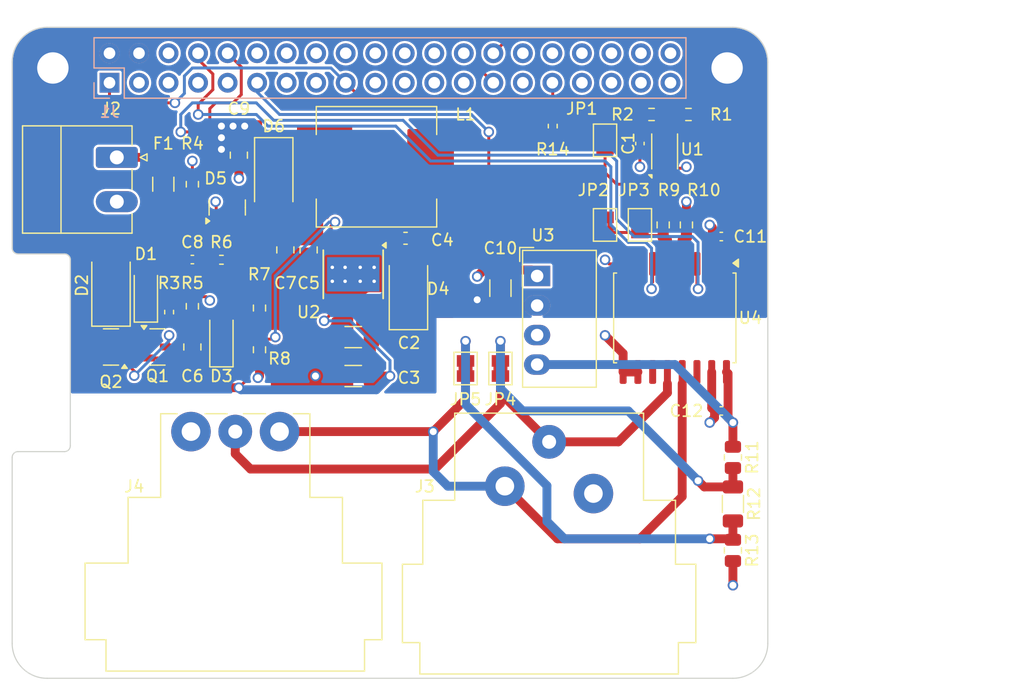
<source format=kicad_pcb>
(kicad_pcb (version 20240108) (generator "pcbnew") (generator_version "8.0")
  (title_block (date "15 nov 2012"))
  (layers (0 "F.Cu" signal) (1 "In1.Cu" signal) (2 "In2.Cu" signal) (31 "B.Cu" signal) (34 "B.Paste" user) (35 "F.Paste" user) (36 "B.SilkS" user "B.Silkscreen") (37 "F.SilkS" user "F.Silkscreen") (38 "B.Mask" user) (39 "F.Mask" user) (44 "Edge.Cuts" user))
  (net 0 "")
  (net 1 "GND")
  (net 2 "/GPIO2{slash}SDA1")
  (net 3 "/GPIO3{slash}SCL1")
  (net 4 "/GPIO4{slash}GPCLK0")
  (net 5 "/GPIO14{slash}TXD0")
  (net 6 "/GPIO15{slash}RXD0")
  (net 7 "/GPIO17")
  (net 8 "/GPIO18{slash}PCM.CLK")
  (net 9 "/GPIO27")
  (net 10 "/GPIO22")
  (net 11 "/GPIO23")
  (net 12 "/GPIO24")
  (net 13 "/GPIO10{slash}SPI0.MOSI")
  (net 14 "/GPIO9{slash}SPI0.MISO")
  (net 15 "/GPIO25")
  (net 16 "/GPIO11{slash}SPI0.SCLK")
  (net 17 "/GPIO8{slash}SPI0.CE0")
  (net 18 "/GPIO7{slash}SPI0.CE1")
  (net 19 "/ID_SDA")
  (net 20 "/ID_SCL")
  (net 21 "/GPIO5")
  (net 22 "/GPIO6")
  (net 23 "/GPIO12{slash}PWM0")
  (net 24 "/GPIO13{slash}PWM1")
  (net 25 "/GPIO19{slash}PCM.FS")
  (net 26 "/GPIO16")
  (net 27 "/GPIO26")
  (net 28 "/GPIO20{slash}PCM.DIN")
  (net 29 "/GPIO21{slash}PCM.DOUT")
  (net 30 "+5V")
  (net 31 "+3V3")
  (net 32 "/Power/PH")
  (net 33 "/Power/BOOT")
  (net 34 "/Power/VSENSE")
  (net 37 "Net-(JP1-A)")
  (net 39 "/Power/VIN")
  (net 40 "/Power/5vDCDC")
  (net 41 "ISOVCC")
  (net 42 "ISOGND")
  (net 43 "/DMX/XLR_B")
  (net 44 "/DMX/XLR_A")
  (net 45 "/DMX/DE")
  (net 46 "/DMX/~{RE}")
  (net 47 "/Power/VIN_FUSED")
  (net 48 "/Power/VIN_RECT")
  (net 49 "/Power/VIN_PROT")
  (net 50 "Net-(D3-A)")
  (net 51 "Net-(D5-A)")
  (net 52 "Net-(D1-A)")
  (net 53 "Net-(D1-K)")
  (net 54 "Net-(JP4-A)")
  (net 55 "Net-(JP5-A)")
  (footprint "MountingHole:MountingHole_2.7mm_M2.5" (layer "F.Cu") (at 161.5 47.5)
    (property "Reference" "MH2" (hide yes))
    (property "Value" "MountingHole_2.7mm_M2.5" (hide yes))
  )
  (footprint "Resistor_SMD:R_0402_1005Metric" (layer "F.Cu") (at 118 64)
    (property "Reference" "R6")
    (property "Value" "10k")
  )
  (footprint "Jumper:SolderJumper-2_P1.3mm_Open_TrianglePad1.0x1.5mm" (layer "F.Cu") (at 151 53.725 -90)
    (property "Reference" "JP1")
    (property "Value" "ID_WP")
  )
  (footprint "Resistor_SMD:R_0805_2012Metric" (layer "F.Cu") (at 162 81 -90)
    (property "Reference" "R11")
    (property "Value" "680R")
  )
  (footprint "Resistor_SMD:R_0603_1608Metric_Pad0.98x0.95mm_HandSolder" (layer "F.Cu") (at 121.275 68.15 -90)
    (property "Reference" "R7")
    (property "Value" "20k")
  )
  (footprint "Jumper:SolderJumper-2_P1.3mm_Bridged2Bar_Pad1.0x1.5mm" (layer "F.Cu") (at 154 61 90)
    (property "Reference" "JP3")
    (property "Value" "Jumper_2_Bridged")
  )
  (footprint "Capacitor_SMD:C_0402_1005Metric" (layer "F.Cu") (at 161 62 180)
    (property "Reference" "C11")
    (property "Value" "470n")
  )
  (footprint "Capacitor_SMD:C_1206_3216Metric_Pad1.33x1.80mm_HandSolder" (layer "F.Cu") (at 129.3375 70.65)
    (property "Reference" "C2")
    (property "Value" "10u/50V")
  )
  (footprint "Resistor_SMD:R_0402_1005Metric" (layer "F.Cu") (at 146.5 52.5 -90)
    (property "Reference" "R14")
    (property "Value" "10k")
  )
  (footprint "Resistor_SMD:R_0603_1608Metric" (layer "F.Cu") (at 115.5 57.5 90)
    (property "Reference" "R4")
    (property "Value" "27k")
  )
  (footprint "Resistor_SMD:R_0603_1608Metric" (layer "F.Cu") (at 155 51.5)
    (property "Reference" "R2")
    (property "Value" "3.9k")
  )
  (footprint "Capacitor_SMD:C_0402_1005Metric" (layer "F.Cu") (at 115.5 63.98)
    (property "Reference" "C8")
    (property "Value" "100n")
  )
  (footprint "Package_SO:SOIC-16W_7.5x10.3mm_P1.27mm" (layer "F.Cu") (at 157 69 -90)
    (property "Reference" "U4")
    (property "Value" "ISO3088DW")
  )
  (footprint "Converter_DCDC:Converter_DCDC_Murata_MEE1SxxxxSC_THT" (layer "F.Cu") (at 145.1575 65.3925)
    (property "Reference" "U3")
    (property "Value" "TMA-0505S")
  )
  (footprint "Jumper:SolderJumper-2_P1.3mm_Bridged2Bar_Pad1.0x1.5mm" (layer "F.Cu") (at 151 61 90)
    (property "Reference" "JP2")
    (property "Value" "Jumper_2_Bridged")
  )
  (footprint "Jumper:SolderJumper-2_P1.3mm_Bridged2Bar_Pad1.0x1.5mm" (layer "F.Cu") (at 139 73.35 -90)
    (property "Reference" "JP5")
    (property "Value" "Jumper_2_Bridged")
  )
  (footprint "Package_TO_SOT_SMD:SOT-23" (layer "F.Cu") (at 108.5 71.5 180)
    (property "Reference" "Q2")
    (property "Value" "AO3401A")
  )
  (footprint "Diode_SMD:D_SOD-123" (layer "F.Cu") (at 111.5 67 90)
    (property "Reference" "D1")
    (property "Value" "D_Zener")
  )
  (footprint "Package_TO_SOT_SMD:SOT-23" (layer "F.Cu") (at 112.5 71.5)
    (property "Reference" "Q1")
    (property "Value" "MMBT5401")
  )
  (footprint "Diode_SMD:D_SMA" (layer "F.Cu") (at 122.5 57 -90)
    (property "Reference" "D6")
    (property "Value" "SS54")
  )
  (footprint "Package_TO_SOT_SMD:SOT-23" (layer "F.Cu") (at 118.5 59.5 90)
    (property "Reference" "D5")
    (property "Value" "BAV99")
  )
  (footprint "Package_SO:TI_SO-PowerPAD-8_ThermalVias" (layer "F.Cu") (at 129.3375 65.25 -90)
    (property "Reference" "U2")
    (property "Value" "TPS5430DDA")
  )
  (footprint "Capacitor_SMD:C_0402_1005Metric" (layer "F.Cu") (at 154 54 -90)
    (property "Reference" "C1")
    (property "Value" "470n")
  )
  (footprint "Connector_Audio:Jack_XLR_Neutrik_NC3MAAH-1_Horizontal" (layer "F.Cu") (at 115.38 78.78)
    (property "Reference" "J4")
    (property "Value" "NC3MAAH")
  )
  (footprint "MountingHole:MountingHole_2.7mm_M2.5" (layer "F.Cu") (at 103.5 96.5)
    (property "Reference" "MH3" (hide yes))
    (property "Value" "MountingHole_2.7mm_M2.5" (hide yes))
  )
  (footprint "Capacitor_SMD:C_0402_1005Metric" (layer "F.Cu") (at 161 77 180)
    (property "Reference" "C12")
    (property "Value" "470n")
  )
  (footprint "Resistor_SMD:R_0603_1608Metric" (layer "F.Cu") (at 158.175 51.5 180)
    (property "Reference" "R1")
    (property "Value" "3.9k")
  )
  (footprint "Capacitor_SMD:C_0805_2012Metric" (layer "F.Cu") (at 123.5 63.15 -90)
    (property "Reference" "C7")
    (property "Value" "47u")
  )
  (footprint "MountingHole:MountingHole_2.7mm_M2.5" (layer "F.Cu") (at 103.5 47.5)
    (property "Reference" "MH1" (hide yes))
    (property "Value" "MountingHole_2.7mm_M2.5" (hide yes))
  )
  (footprint "Diode_SMD:D_SMA" (layer "F.Cu") (at 134.0875 66.5 90)
    (property "Reference" "D4")
    (property "Value" "SS54")
  )
  (footprint "Capacitor_SMD:C_0805_2012Metric" (layer "F.Cu") (at 119.5 55 -90)
    (property "Reference" "C9")
    (property "Value" "47u")
  )
  (footprint "Capacitor_SMD:C_1206_3216Metric_Pad1.33x1.80mm_HandSolder" (layer "F.Cu") (at 142 66.4375 -90)
    (property "Reference" "C10")
    (property "Value" "10u/50V")
  )
  (footprint "Resistor_SMD:R_0402_1005Metric" (layer "F.Cu") (at 113.5 68.5 -90)
    (property "Reference" "R3")
    (property "Value" "100k")
  )
  (footprint "Resistor_SMD:R_0805_2012Metric" (layer "F.Cu") (at 162 89 -90)
    (property "Reference" "R13")
    (property "Value" "680R")
  )
  (footprint "Resistor_SMD:R_0603_1608Metric_Pad0.98x0.95mm_HandSolder" (layer "F.Cu") (at 156 61 -90)
    (property "Reference" "R9")
    (property "Value" "20k")
  )
  (footprint "Jumper:SolderJumper-2_P1.3mm_Bridged2Bar_Pad1.0x1.5mm" (layer "F.Cu") (at 142 73.35 -90)
    (property "Reference" "JP4")
    (property "Value" "Jumper_2_Bridged")
  )
  (footprint "Resistor_SMD:R_0603_1608Metric_Pad0.98x0.95mm_HandSolder" (layer "F.Cu") (at 158 61 90)
    (property "Reference" "R10")
    (property "Value" "20k")
  )
  (footprint "Capacitor_SMD:C_1206_3216Metric_Pad1.33x1.80mm_HandSolder" (layer "F.Cu") (at 129.3375 74)
    (property "Reference" "C3")
    (property "Value" "10u/50V")
  )
  (footprint "MountingHole:MountingHole_2.7mm_M2.5" (layer "F.Cu") (at 161.5 96.5)
    (property "Reference" "MH4" (hide yes))
    (property "Value" "MountingHole_2.7mm_M2.5" (hide yes))
  )
  (footprint "Diode_SMD:D_SOD-123" (layer "F.Cu") (at 118 70.85 90)
    (property "Reference" "D3")
    (property "Value" "D_Zener")
  )
  (footprint "Fuse:Fuse_1206_3216Metric" (layer "F.Cu") (at 113 57.5 -90)
    (property "Reference" "F1")
    (property "Value" "SMD1206P200TF")
  )
  (footprint "Package_DFN_QFN:DFN-8-1EP_3x2mm_P0.5mm_EP1.3x1.5mm" (layer "F.Cu") (at 156.125 54.675 90)
    (property "Reference" "U1")
    (property "Value" "CAT24C256")
  )
  (footprint "Inductor_SMD:L_Vishay_IHLP-4040" (layer "F.Cu") (at 131.3375 56 180)
    (property "Reference" "L1")
    (property "Value" "22uH")
  )
  (footprint "Capacitor_SMD:C_0603_1608Metric_Pad1.08x0.95mm_HandSolder" (layer "F.Cu") (at 133.8375 62.15 180)
    (property "Reference" "C4")
    (property "Value" "10n")
  )
  (footprint "Connector_Phoenix_MC:PhoenixContact_MC_1,5_2-G-3.81_1x02_P3.81mm_Horizontal" (layer "F.Cu") (at 109 55.19 -90)
    (property "Reference" "J2")
    (property "Value" "Conn_01x02")
  )
  (footprint "Resistor_SMD:R_0603_1608Metric_Pad0.98x0.95mm_HandSolder" (layer "F.Cu") (at 121.275 71.7375 -90)
    (property "Reference" "R8")
    (property "Value" "6k8")
  )
  (footprint "Diode_SMD:D_SMA" (layer "F.Cu") (at 108.5 66.2 90)
    (property "Reference" "D2")
    (property "Value" "SS54")
  )
  (footprint "Resistor_SMD:R_1206_3216Metric" (layer "F.Cu") (at 162 85 -90)
    (property "Reference" "R12")
    (property "Value" "120R")
  )
  (footprint "Connector_Audio:Jack_XLR_Neutrik_NC3FAAH1_Horizontal" (layer "F.Cu") (at 150 84.11 -90)
    (property "Reference" "J3")
    (property "Value" "NC3FAAH1")
  )
  (footprint "Capacitor_SMD:C_0805_2012Metric" (layer "F.Cu") (at 125.5 63.15 -90)
    (property "Reference" "C5")
    (property "Value" "47u")
  )
  (footprint "Resistor_SMD:R_0603_1608Metric" (layer "F.Cu") (at 115.5 68 90)
    (property "Reference" "R5")
    (property "Value" "330k")
  )
  (footprint "Capacitor_SMD:C_0805_2012Metric" (layer "F.Cu") (at 115.5 71.5 90)
    (property "Reference" "C6")
    (property "Value" "1u")
  )
  (footprint "Connector_PinSocket_2.54mm:PinSocket_2x20_P2.54mm_Vertical" (layer "B.Cu") (at 108.37 48.77 -90)
    (property "Reference" "J1")
    (property "Value" "GPIO")
  )
  (gr_arc (start 100.5 63.5) (mid 100.146447 63.353553) (end 100 63) (stroke (width 0.1)) (layer "Edge.Cuts"))
  (gr_arc (start 162 44) (mid 164.12132 44.87868) (end 165 47) (stroke (width 0.1)) (layer "Edge.Cuts"))
  (gr_line (start 165 97) (end 165 47) (stroke (width 0.1)) (layer "Edge.Cuts"))
  (gr_line (start 100 47) (end 100 63) (stroke (width 0.1)) (layer "Edge.Cuts"))
  (gr_arc (start 103 100) (mid 100.87868 99.12132) (end 100 97) (stroke (width 0.1)) (layer "Edge.Cuts"))
  (gr_line (start 103 100) (end 162 100) (stroke (width 0.1)) (layer "Edge.Cuts"))
  (gr_line (start 104.5 80.5) (end 100.5 80.5) (stroke (width 0.1)) (layer "Edge.Cuts"))
  (gr_arc (start 100 81) (mid 100.146138 80.646755) (end 100.499127 80.500001) (stroke (width 0.1)) (layer "Edge.Cuts"))
  (gr_arc (start 165 97) (mid 164.12132 99.12132) (end 162 100) (stroke (width 0.1)) (layer "Edge.Cuts"))
  (gr_line (start 105 64) (end 105 80) (stroke (width 0.1)) (layer "Edge.Cuts"))
  (gr_arc (start 100 47) (mid 100.87868 44.87868) (end 103 44) (stroke (width 0.1)) (layer "Edge.Cuts"))
  (gr_line (start 100 81) (end 100 97) (stroke (width 0.1)) (layer "Edge.Cuts"))
  (gr_line (start 100.5 63.5) (end 104.5 63.5) (stroke (width 0.1)) (layer "Edge.Cuts"))
  (gr_arc (start 105 80) (mid 104.853553 80.353553) (end 104.5 80.5) (stroke (width 0.1)) (layer "Edge.Cuts"))
  (gr_arc (start 104.5 63.5) (mid 104.853553 63.646447) (end 105 64) (stroke (width 0.1)) (layer "Edge.Cuts"))
  (gr_line (start 162 44) (end 103 44) (stroke (width 0.1)) (layer "Edge.Cuts"))
  (segment (start 142 64.875) (end 144.64 64.875) (width 0.762) (layer "F.Cu") (net 1))
  (segment (start 115.5 67.175) (end 116.675 67.175) (width 0.254) (layer "F.Cu") (net 1))
  (segment (start 154 54.775) (end 154 56) (width 0.254) (layer "F.Cu") (net 1))
  (segment (start 160.225 62) (end 160.225 61.225) (width 0.762) (layer "F.Cu") (net 1))
  (segment (start 115.5 56.675) (end 115.5 55.5) (width 0.254) (layer "F.Cu") (net 1))
  (segment (start 140.5625 64.875) (end 140 65.4375) (width 0.762) (layer "F.Cu") (net 1))
  (segment (start 117.55 59.05) (end 117.5 59) (width 0.254) (layer "F.Cu") (net 1))
  (segment (start 121.275 72.65) (end 121.275 74.0125) (width 0.762) (layer "F.Cu") (net 1))
  (segment (start 116.675 67.175) (end 117 67.5) (width 0.254) (layer "F.Cu") (net 1))
  (segment (start 119.5 55.95) (end 119.5 57) (width 0.762) (layer "F.Cu") (net 1))
  (segment (start 157.875 56.125) (end 158 56) (width 0.254) (layer "F.Cu") (net 1))
  (segment (start 117.55 60.4375) (end 117.55 59.05) (width 0.254) (layer "F.Cu") (net 1))
  (segment (start 128.7025 69.7225) (end 128.7025 67.95) (width 0.762) (layer "F.Cu") (net 1))
  (segment (start 153.825 64.35) (end 152.555 64.35) (width 0.254) (layer "F.Cu") (net 1))
  (segment (start 160.225 61.225) (end 160 61) (width 0.762) (layer "F.Cu") (net 1))
  (segment (start 121.275 74.0125) (end 121.1375 74.15) (width 0.762) (layer "F.Cu") (net 1))
  (segment (start 127.775 74) (end 127.775 70.65) (width 0.762) (layer "F.Cu") (net 1))
  (segment (start 151.35 64.35) (end 151 64) (width 0.254) (layer "F.Cu") (net 1))
  (segment (start 142 64.875) (end 140.5625 64.875) (width 0.762) (layer "F.Cu") (net 1))
  (segment (start 160.175 64.35) (end 160.175 62.05) (width 0.762) (layer "F.Cu") (net 1))
  (segment (start 160.175 62.05) (end 160.225 62) (width 0.762) (layer "F.Cu") (net 1))
  (segment (start 158 60.0875) (end 158 59) (width 0.762) (layer "F.Cu") (net 1))
  (segment (start 144.64 64.875) (end 145.1575 65.3925) (width 0.762) (layer "F.Cu") (net 1))
  (segment (start 127.775 74) (end 126.0875 74) (width 0.762) (layer "F.Cu") (net 1))
  (segment (start 127.775 70.65) (end 128.7025 69.7225) (width 0.762) (layer "F.Cu") (net 1))
  (segment (start 156.875 56.125) (end 157.875 56.125) (width 0.254) (layer "F.Cu") (net 1))
  (segment (start 152.555 64.35) (end 151.35 64.35) (width 0.254) (layer "F.Cu") (net 1))
  (via (at 117.5 59) (size 0.9) (drill 0.6) (layers "F.Cu" "B.Cu") (net 1))
  (via (at 121.1375 74.15) (size 0.9) (drill 0.6) (layers "F.Cu" "B.Cu") (net 1))
  (via (at 158 56) (size 0.9) (drill 0.6) (layers "F.Cu" "B.Cu") (net 1))
  (via (at 154 56) (size 0.9) (drill 0.6) (layers "F.Cu" "B.Cu") (net 1))
  (via (at 140 65.4375) (size 0.9) (drill 0.6) (layers "F.Cu" "B.Cu") (net 1))
  (via (at 117 67.5) (size 0.9) (drill 0.6) (layers "F.Cu" "B.Cu") (net 1))
  (via (at 119.5 57) (size 0.9) (drill 0.6) (layers "F.Cu" "B.Cu") (net 1))
  (via (at 151 64) (size 0.9) (drill 0.6) (layers "F.Cu" "B.Cu") (net 1))
  (via (at 158 59) (size 0.9) (drill 0.6) (layers "F.Cu" "B.Cu") (net 1))
  (via (at 160 61) (size 0.9) (drill 0.6) (layers "F.Cu" "B.Cu") (net 1))
  (via (at 126.0875 74) (size 0.9) (drill 0.6) (layers "F.Cu" "B.Cu") (net 1))
  (via (at 115.5 55.5) (size 0.9) (drill 0.6) (layers "F.Cu" "B.Cu") (net 1))
  (segment (start 116 51.5) (end 116 50.625844) (width 0.254) (layer "F.Cu") (net 5))
  (segment (start 117.26 49.365844) (end 117.26 48.01626) (width 0.254) (layer "F.Cu") (net 5))
  (segment (start 115.99 46.74626) (end 115.99 46.23) (width 0.254) (layer "F.Cu") (net 5))
  (segment (start 116 50.625844) (end 117.26 49.365844) (width 0.254) (layer "F.Cu") (net 5))
  (segment (start 155.095 65.905) (end 155.095 64.35) (width 0.254) (layer "F.Cu") (net 5))
  (segment (start 117.26 48.01626) (end 115.99 46.74626) (width 0.254) (layer "F.Cu") (net 5))
  (segment (start 155 66) (end 155.095 65.905) (width 0.254) (layer "F.Cu") (net 5))
  (segment (start 155 66.5) (end 155 66) (width 0.254) (layer "F.Cu") (net 5))
  (via (at 155 66.5) (size 0.9) (drill 0.6) (layers "F.Cu" "B.Cu") (net 5))
  (via (at 116 51.5) (size 0.9) (drill 0.6) (layers "F.Cu" "B.Cu") (net 5))
  (segment (start 155 63) (end 155 66.5) (width 0.254) (layer "B.Cu") (net 5))
  (segment (start 121 51.5) (end 122 52.5) (width 0.254) (layer "B.Cu") (net 5))
  (segment (start 136 55.5) (end 151 55.5) (width 0.254) (layer "B.Cu") (net 5))
  (segment (start 151 55.5) (end 151.5 56) (width 0.254) (layer "B.Cu") (net 5))
  (segment (start 154.5 62.5) (end 155 63) (width 0.254) (layer "B.Cu") (net 5))
  (segment (start 133 52.5) (end 136 55.5) (width 0.254) (layer "B.Cu") (net 5))
  (segment (start 151.5 56) (end 151.5 61) (width 0.254) (layer "B.Cu") (net 5))
  (segment (start 122 52.5) (end 133 52.5) (width 0.254) (layer "B.Cu") (net 5))
  (segment (start 151.5 61) (end 153 62.5) (width 0.254) (layer "B.Cu") (net 5))
  (segment (start 116 51.5) (end 121 51.5) (width 0.254) (layer "B.Cu") (net 5))
  (segment (start 153 62.5) (end 154.5 62.5) (width 0.254) (layer "B.Cu") (net 5))
  (segment (start 119.707 49.793) (end 119.707 47.407) (width 0.254) (layer "F.Cu") (net 6))
  (segment (start 119 50.5) (end 119.707 49.793) (width 0.254) (layer "F.Cu") (net 6))
  (segment (start 119.707 47.407) (end 118.53 46.23) (width 0.254) (layer "F.Cu") (net 6))
  (segment (start 117 52.5) (end 117 51) (width 0.254) (layer "F.Cu") (net 6))
  (segment (start 159 66.5) (end 158.905 66.405) (width 0.254) (layer "F.Cu") (net 6))
  (segment (start 117 51) (end 117.5 50.5) (width 0.254) (layer "F.Cu") (net 6))
  (segment (start 114.5 53) (end 116.5 53) (width 0.254) (layer "F.Cu") (net 6))
  (segment (start 117.5 50.5) (end 119 50.5) (width 0.254) (layer "F.Cu") (net 6))
  (segment (start 158.905 66.405) (end 158.905 64.35) (width 0.254) (layer "F.Cu") (net 6))
  (segment (start 116.5 53) (end 117 52.5) (width 0.254) (layer "F.Cu") (net 6))
  (via (at 114.5 53) (size 0.9) (drill 0.6) (layers "F.Cu" "B.Cu") (net 6))
  (via (at 159 66.5) (size 0.9) (drill 0.6) (layers "F.Cu" "B.Cu") (net 6))
  (segment (start 152 60.5) (end 153.5 62) (width 0.254) (layer "B.Cu") (net 6))
  (segment (start 121 50.5) (end 122.5 52) (width 0.254) (layer "B.Cu") (net 6))
  (segment (start 133.625 52) (end 136.625 55) (width 0.254) (layer "B.Cu") (net 6))
  (segment (start 114.5 53) (end 114.5 51.5) (width 0.254) (layer "B.Cu") (net 6))
  (segment (start 136.625 55) (end 151.5 55) (width 0.254) (layer "B.Cu") (net 6))
  (segment (start 159 62.5) (end 159 66.5) (width 0.254) (layer "B.Cu") (net 6))
  (segment (start 122.5 52) (end 133.625 52) (width 0.254) (layer "B.Cu") (net 6))
  (segment (start 158.5 62) (end 159 62.5) (width 0.254) (layer "B.Cu") (net 6))
  (segment (start 152 55.5) (end 152 60.5) (width 0.254) (layer "B.Cu") (net 6))
  (segment (start 151.5 55) (end 152 55.5) (width 0.254) (layer "B.Cu") (net 6))
  (segment (start 115.5 50.5) (end 121 50.5) (width 0.254) (layer "B.Cu") (net 6))
  (segment (start 153.5 62) (end 158.5 62) (width 0.254) (layer "B.Cu") (net 6))
  (segment (start 114.5 51.5) (end 115.5 50.5) (width 0.254) (layer "B.Cu") (net 6))
  (segment (start 141 59.5) (end 141.85 60.35) (width 0.254) (layer "F.Cu") (net 7))
  (segment (start 141.85 60.35) (end 151 60.35) (width 0.254) (layer "F.Cu") (net 7))
  (segment (start 141 53) (end 141 59.5) (width 0.254) (layer "F.Cu") (net 7))
  (via (at 141 53) (size 0.9) (drill 0.6) (layers "F.Cu" "B.Cu") (net 7))
  (segment (start 121.07 49.57) (end 123 51.5) (width 0.254) (layer "B.Cu") (net 7))
  (segment (start 121.07 48.77) (end 121.07 49.57) (width 0.254) (layer "B.Cu") (net 7))
  (segment (start 123 51.5) (end 139.5 51.5) (width 0.254) (layer "B.Cu") (net 7))
  (segment (start 139.5 51.5) (end 141 53) (width 0.254) (layer "B.Cu") (net 7))
  (segment (start 140.213 44.787) (end 140.5 44.5) (width 0.254) (layer "F.Cu") (net 19))
  (segment (start 141.39 48.77) (end 140.213 47.593) (width 0.254) (layer "F.Cu") (net 19))
  (segment (start 156.875 51.975) (end 157.35 51.5) (width 0.254) (layer "F.Cu") (net 19))
  (segment (start 157.5 44.5) (end 157.807 44.807) (width 0.254) (layer "F.Cu") (net 19))
  (segment (start 156.875 53.225) (end 156.875 51.975) (width 0.254) (layer "F.Cu") (net 19))
  (segment (start 140.5 44.5) (end 157.5 44.5) (width 0.254) (layer "F.Cu") (net 19))
  (segment (start 157.807 44.807) (end 157.807 51.043) (width 0.254) (layer "F.Cu") (net 19))
  (segment (start 140.213 47.593) (end 140.213 44.787) (width 0.254) (layer "F.Cu") (net 19))
  (segment (start 157.807 51.043) (end 157.35 51.5) (width 0.254) (layer "F.Cu") (net 19))
  (segment (start 155.453 45.440735) (end 155.453 51.128) (width 0.254) (layer "F.Cu") (net 20))
  (segment (start 155.065265 45.053) (end 155.453 45.440735) (width 0.254) (layer "F.Cu") (net 20))
  (segment (start 156.375 53.225) (end 156.375 52.05) (width 0.254) (layer "F.Cu") (net 20))
  (segment (start 141.39 46.23) (end 142.567 45.053) (width 0.254) (layer "F.Cu") (net 20))
  (segment (start 142.567 45.053) (end 155.065265 45.053) (width 0.254) (layer "F.Cu") (net 20))
  (segment (start 156.375 52.05) (end 155.825 51.5) (width 0.254) (layer "F.Cu") (net 20))
  (segment (start 155.453 51.128) (end 155.825 51.5) (width 0.254) (layer "F.Cu") (net 20))
  (segment (start 146.5 51.99) (end 146.5 48.8) (width 0.254) (layer "F.Cu") (net 22))
  (segment (start 146.5 48.8) (end 146.47 48.77) (width 0.254) (layer "F.Cu") (net 22))
  (segment (start 145.09 68) (end 145.1575 67.9325) (width 0.762) (layer "F.Cu") (net 30))
  (segment (start 142.13 67.87) (end 142 68) (width 0.762) (layer "F.Cu") (net 30))
  (segment (start 140.5625 68) (end 140 67.4375) (width 0.762) (layer "F.Cu") (net 30))
  (segment (start 142 68) (end 145.09 68) (width 0.762) (layer "F.Cu") (net 30))
  (segment (start 142 68) (end 140.5625 68) (width 0.762) (layer "F.Cu") (net 30))
  (via (at 118 53.5) (size 0.9) (drill 0.6) (layers "F.Cu" "B.Cu") (net 30))
  (via (at 119 52.5) (size 0.9) (drill 0.6) (layers "F.Cu" "B.Cu") (net 30))
  (via (at 120 52.5) (size 0.9) (drill 0.6) (layers "F.Cu" "B.Cu") (net 30))
  (via (at 140 67.4375) (size 0.9) (drill 0.6) (layers "F.Cu" "B.Cu") (net 30))
  (via (at 118 54.5) (size 0.9) (drill 0.6) (layers "F.Cu" "B.Cu") (net 30))
  (via (at 118 52.5) (size 0.9) (drill 0.6) (layers "F.Cu" "B.Cu") (net 30))
  (segment (start 161.48 59.48) (end 159 57) (width 0.254) (layer "F.Cu") (net 31))
  (segment (start 154 51.675) (end 154.175 51.5) (width 0.254) (layer "F.Cu") (net 31))
  (segment (start 154 53.52) (end 154 51.675) (width 0.254) (layer "F.Cu") (net 31))
  (segment (start 152.05 54.45) (end 152.98 53.52) (width 0.254) (layer "F.Cu") (net 31))
  (segment (start 151 56.5) (end 151 54.45) (width 0.254) (layer "F.Cu") (net 31))
  (segment (start 108.37 49.87) (end 108.37 48.77) (width 0.254) (layer "F.Cu") (net 31))
  (segment (start 161.445 64.35) (end 161.445 62.035) (width 0.254) (layer "F.Cu") (net 31))
  (segment (start 146.5 53.01) (end 146.5 54.45) (width 0.254) (layer "F.Cu") (net 31))
  (segment (start 109 50.5) (end 108.37 49.87) (width 0.254) (layer "F.Cu") (net 31))
  (segment (start 154 53.52) (end 155.08 53.52) (width 0.254) (layer "F.Cu") (net 31))
  (segment (start 128.69 48.77) (end 130.42 50.5) (width 0.254) (layer "F.Cu") (net 31))
  (segment (start 159 57) (end 158.5 57.5) (width 0.254) (layer "F.Cu") (net 31))
  (segment (start 158.5 57.5) (end 155.5 57.5) (width 0.254) (layer "F.Cu") (net 31))
  (segment (start 152.98 53.52) (end 154 53.52) (width 0.254) (layer "F.Cu") (net 31))
  (segment (start 143.95 54.45) (end 146.5 54.45) (width 0.254) (layer "F.Cu") (net 31))
  (segment (start 143 50.5) (end 143.5 51) (width 0.254) (layer "F.Cu") (net 31))
  (segment (start 159 51.5) (end 159 57) (width 0.254) (layer "F.Cu") (net 31))
  (segment (start 143.5 51) (end 143.5 54) (width 0.254) (layer "F.Cu") (net 31))
  (segment (start 155.08 53.52) (end 155.375 53.225) (width 0.254) (layer "F.Cu") (net 31))
  (segment (start 155.5 57.5) (end 152 57.5) (width 0.254) (layer "F.Cu") (net 31))
  (segment (start 152 57.5) (end 151 56.5) (width 0.254) (layer "F.Cu") (net 31))
  (segment (start 130.42 50.5) (end 143 50.5) (width 0.254) (layer "F.Cu") (net 31))
  (segment (start 151 54.45) (end 152.05 54.45) (width 0.254) (layer "F.Cu") (net 31))
  (segment (start 161.445 62.035) (end 161.48 62) (width 0.254) (layer "F.Cu") (net 31))
  (segment (start 114 50.5) (end 109 50.5) (width 0.254) (layer "F.Cu") (net 31))
  (segment (start 156 58) (end 155.5 57.5) (width 0.254) (layer "F.Cu") (net 31))
  (segment (start 161.48 62) (end 161.48 59.48) (width 0.254) (layer "F.Cu") (net 31))
  (segment (start 146.5 54.45) (end 151 54.45) (width 0.254) (layer "F.Cu") (net 31))
  (segment (start 156 60.0875) (end 156 58) (width 0.254) (layer "F.Cu") (net 31))
  (segment (start 143.5 54) (end 143.95 54.45) (width 0.254) (layer "F.Cu") (net 31))
  (via (at 114 50.5) (size 0.9) (drill 0.6) (layers "F.Cu" "B.Cu") (net 31))
  (segment (start 114 50.5) (end 114.813 49.687) (width 0.254) (layer "B.Cu") (net 31))
  (segment (start 114.813 48.187) (end 115.5 47.5) (width 0.254) (layer "B.Cu") (net 31))
  (segment (start 115.5 47.5) (end 127.42 47.5) (width 0.254) (layer "B.Cu") (net 31))
  (segment (start 114.813 49.687) (end 114.813 48.187) (width 0.254) (layer "B.Cu") (net 31))
  (segment (start 127.42 47.5) (end 128.69 48.77) (width 0.254) (layer "B.Cu") (net 31))
  (segment (start 132.8375 68.5) (end 132.2875 67.95) (width 0.762) (layer "F.Cu") (net 32))
  (segment (start 134.0875 68.5) (end 132.8375 68.5) (width 0.762) (layer "F.Cu") (net 32))
  (segment (start 132.2875 67.95) (end 131.2425 67.95) (width 0.762) (layer "F.Cu") (net 32))
  (segment (start 132.975 62.15) (end 131.6425 62.15) (width 0.254) (layer "F.Cu") (net 33))
  (segment (start 131.6425 62.15) (end 131.2425 62.55) (width 0.254) (layer "F.Cu") (net 33))
  (segment (start 122.4625 70.825) (end 122.6375 70.65) (width 0.254) (layer "F.Cu") (net 34))
  (segment (start 121.275 69.0625) (end 121.275 70.825) (width 0.254) (layer "F.Cu") (net 34))
  (segment (start 127.4325 61.0925) (end 127.4325 62.55) (width 0.254) (layer "F.Cu") (net 34))
  (segment (start 121.275 70.825) (end 122.4625 70.825) (width 0.254) (layer "F.Cu") (net 34))
  (segment (start 127.775 60.75) (end 127.4325 61.0925) (width 0.254) (layer "F.Cu") (net 34))
  (via (at 122.6375 70.65) (size 0.9) (drill 0.6) (layers "F.Cu" "B.Cu") (net 34))
  (via (at 127.775 60.75) (size 0.9) (drill 0.6) (layers "F.Cu" "B.Cu") (net 34))
  (segment (start 122.6375 70.65) (end 122.6375 65.3875) (width 0.254) (layer "B.Cu") (net 34))
  (segment (start 122.6375 65.3875) (end 127.275 60.75) (width 0.254) (layer "B.Cu") (net 34))
  (segment (start 127.275 60.75) (end 127.775 60.75) (width 0.254) (layer "B.Cu") (net 34))
  (segment (start 154.701 50.5) (end 151.5 50.5) (width 0.254) (layer "F.Cu") (net 37))
  (segment (start 151.5 50.5) (end 151 51) (width 0.254) (layer "F.Cu") (net 37))
  (segment (start 154.999 50.798) (end 154.701 50.5) (width 0.254) (layer "F.Cu") (net 37))
  (segment (start 155.875 53.225) (end 155.875 52.546) (width 0.254) (layer "F.Cu") (net 37))
  (segment (start 155 52.098) (end 155 51.317053) (width 0.254) (layer "F.Cu") (net 37))
  (segment (start 155.875 52.546) (end 155.852 52.523) (width 0.254) (layer "F.Cu") (net 37))
  (segment (start 155.425 52.523) (end 155 52.098) (width 0.254) (layer "F.Cu") (net 37))
  (segment (start 155 51.317053) (end 154.999 51.316053) (width 0.254) (layer "F.Cu") (net 37))
  (segment (start 151 51) (end 151 53) (width 0.254) (layer "F.Cu") (net 37))
  (segment (start 155.852 52.523) (end 155.425 52.523) (width 0.254) (layer "F.Cu") (net 37))
  (segment (start 154.999 51.316053) (end 154.999 50.798) (width 0.254) (layer "F.Cu") (net 37))
  (segment (start 112.09 55.19) (end 113 56.1) (width 0.762) (layer "F.Cu") (net 39))
  (segment (start 109 55.19) (end 112.09 55.19) (width 0.762) (layer "F.Cu") (net 39))
  (segment (start 121.275 61.75) (end 121.525 61.5) (width 0.254) (layer "F.Cu") (net 40))
  (segment (start 121.275 67.2375) (end 121.275 61.75) (width 0.254) (layer "F.Cu") (net 40))
  (segment (start 121.525 61.5) (end 123.5 61.5) (width 0.254) (layer "F.Cu") (net 40))
  (segment (start 161.581 77.581) (end 162 78) (width 0.762) (layer "F.Cu") (net 41))
  (segment (start 161.581 73.786) (end 161.581 77.581) (width 0.762) (layer "F.Cu") (net 41))
  (segment (start 162 80.0875) (end 162 78) (width 0.762) (layer "F.Cu") (net 41))
  (segment (start 161.445 73.65) (end 161.581 73.786) (width 0.762) (layer "F.Cu") (net 41))
  (via (at 162 78) (size 0.9) (drill 0.6) (layers "F.Cu" "B.Cu") (net 41))
  (segment (start 157.0125 73.0125) (end 162 78) (width 0.762) (layer "B.Cu") (net 41))
  (segment (start 145.1575 73.0125) (end 157.0125 73.0125) (width 0.762) (layer "B.Cu") (net 41))
  (segment (start 152.555 72.055) (end 151 70.5) (width 0.762) (layer "F.Cu") (net 42))
  (segment (start 162 89.9125) (end 162 92) (width 0.762) (layer "F.Cu") (net 42))
  (segment (start 152.555 73.65) (end 152.555 72.055) (width 0.762) (layer "F.Cu") (net 42))
  (segment (start 153.825 73.65) (end 152.555 73.65) (width 0.762) (layer "F.Cu") (net 42))
  (segment (start 160.419 77.581) (end 160.419 77) (width 0.762) (layer "F.Cu") (net 42))
  (segment (start 160.175 73.65) (end 160.175 76.756) (width 0.762) (layer "F.Cu") (net 42))
  (segment (start 160 78) (end 160.419 77.581) (width 0.762) (layer "F.Cu") (net 42))
  (segment (start 160.175 76.756) (end 160.419 77) (width 0.762) (layer "F.Cu") (net 42))
  (via (at 162 92) (size 0.9) (drill 0.6) (layers "F.Cu" "B.Cu") (net 42))
  (via (at 151 70.5) (size 0.9) (drill 0.6) (layers "F.Cu" "B.Cu") (net 42))
  (via (at 160 78) (size 0.9) (drill 0.6) (layers "F.Cu" "B.Cu") (net 42))
  (segment (start 142.38 83.475) (end 146.905 88) (width 0.762) (layer "F.Cu") (net 43))
  (segment (start 157.635 84.365) (end 157.635 74.65) (width 0.762) (layer "F.Cu") (net 43))
  (segment (start 123 78.78) (end 136.22 78.78) (width 0.762) (layer "F.Cu") (net 43))
  (segment (start 139 76) (end 139 74) (width 0.762) (layer "F.Cu") (net 43))
  (segment (start 146.905 88) (end 154 88) (width 0.762) (layer "F.Cu") (net 43))
  (segment (start 136.22 78.78) (end 139 76) (width 0.762) (layer "F.Cu") (net 43))
  (segment (start 154 88) (end 157.635 84.365) (width 0.762) (layer "F.Cu") (net 43))
  (via (at 136.22 78.78) (size 0.9) (drill 0.6) (layers "F.Cu" "B.Cu") (net 43))
  (segment (start 137.475 83.475) (end 136.22 82.22) (width 0.762) (layer "B.Cu") (net 43))
  (segment (start 136.22 82.22) (end 136.22 78.78) (width 0.762) (layer "B.Cu") (net 43))
  (segment (start 142.38 83.475) (end 137.475 83.475) (width 0.762) (layer "B.Cu") (net 43))
  (segment (start 146.19 79.66) (end 142 75.47) (width 0.762) (layer "F.Cu") (net 44))
  (segment (start 152.147946 79.66) (end 156.365 75.442946) (width 0.762) (layer "F.Cu") (net 44))
  (segment (start 142 75.47) (end 142 74) (width 0.762) (layer "F.Cu") (net 44))
  (segment (start 142 76.360474) (end 142 75.47) (width 0.762) (layer "F.Cu") (net 44))
  (segment (start 146.19 79.66) (end 152.147946 79.66) (width 0.762) (layer "F.Cu") (net 44))
  (segment (start 119.19 80.69) (end 120.5 82) (width 0.762) (layer "F.Cu") (net 44))
  (segment (start 136.360474 82) (end 142 76.360474) (width 0.762) (layer "F.Cu") (net 44))
  (segment (start 119.19 78.78) (end 119.19 80.69) (width 0.762) (layer "F.Cu") (net 44))
  (segment (start 156.365 75.442946) (end 156.365 74.65) (width 0.762) (layer "F.Cu") (net 44))
  (segment (start 120.5 82) (end 136.360474 82) (width 0.762) (layer "F.Cu") (net 44))
  (segment (start 156.365 64.35) (end 156.365 62.2775) (width 0.762) (layer "F.Cu") (net 45))
  (segment (start 156 61.9125) (end 154.2625 61.9125) (width 0.254) (layer "F.Cu") (net 45))
  (segment (start 154 61.65) (end 151 61.65) (width 0.254) (layer "F.Cu") (net 45))
  (segment (start 156.365 62.2775) (end 156 61.9125) (width 0.762) (layer "F.Cu") (net 45))
  (segment (start 154.2625 61.9125) (end 154 61.65) (width 0.254) (layer "F.Cu") (net 45))
  (segment (start 154.95 60.35) (end 154 60.35) (width 0.254) (layer "F.Cu") (net 46))
  (segment (start 157.635 64.35) (end 157.635 62.2775) (width 0.762) (layer "F.Cu") (net 46))
  (segment (start 157.0875 61) (end 155.6 61) (width 0.254) (layer "F.Cu") (net 46))
  (segment (start 157.635 62.2775) (end 158 61.9125) (width 0.762) (layer "F.Cu") (net 46))
  (segment (start 155.6 61) (end 154.95 60.35) (width 0.254) (layer "F.Cu") (net 46))
  (segment (start 158 61.9125) (end 157.0875 61) (width 0.254) (layer "F.Cu") (net 46))
  (segment (start 109.7 64.2) (end 108.5 64.2) (width 0.254) (layer "F.Cu") (net 47))
  (segment (start 109.5 61.5) (end 111 61.5) (width 0.762) (layer "F.Cu") (net 47))
  (segment (start 113.5 67.5) (end 113 67) (width 0.254) (layer "F.Cu") (net 47))
  (segment (start 113.5 67.99) (end 113.5 67.5) (width 0.254) (layer "F.Cu") (net 47))
  (segment (start 108.5 62.5) (end 109.5 61.5) (width 0.762) (layer "F.Cu") (net 47))
  (segment (start 110.5 67) (end 110 66.5) (width 0.254) (layer "F.Cu") (net 47))
  (segment (start 110 64.5) (end 109.7 64.2) (width 0.254) (layer "F.Cu") (net 47))
  (segment (start 110 66.5) (end 110 64.5) (width 0.254) (layer "F.Cu") (net 47))
  (segment (start 111 61.5) (end 113 59.5) (width 0.762) (layer "F.Cu") (net 47))
  (segment (start 113 59.5) (end 113 58.9) (width 0.762) (layer "F.Cu") (net 47))
  (segment (start 108.5 64.2) (end 108.5 62.5) (width 0.762) (layer "F.Cu") (net 47))
  (segment (start 113 67) (end 110.5 67) (width 0.254) (layer "F.Cu") (net 47))
  (segment (start 118 72.5) (end 115.55 72.5) (width 0.254) (layer "F.Cu") (net 48))
  (segment (start 111.5625 72.45) (end 115.5 72.45) (width 0.254) (layer "F.Cu") (net 48))
  (segment (start 109.4375 70.55) (end 111.3375 72.45) (width 0.254) (layer "F.Cu") (net 48))
  (segment (start 108.5 69.6005) (end 109.4375 70.538) (width 0.762) (layer "F.Cu") (net 48))
  (segment (start 108.5 68.2) (end 108.5 69.6005) (width 0.762) (layer "F.Cu") (net 48))
  (segment (start 115.55 72.5) (end 115.5 72.45) (width 0.254) (layer "F.Cu") (net 48))
  (segment (start 111.3375 72.45) (end 111.5625 72.45) (width 0.254) (layer "F.Cu") (net 48))
  (segment (start 126.8375 69.25) (end 127.4325 68.655) (width 0.254) (layer "F.Cu") (net 49))
  (segment (start 107.5625 74.0625) (end 108.5 75) (width 0.762) (layer "F.Cu") (net 49))
  (segment (start 107.5625 71.5) (end 107.5625 74.0625) (width 0.762) (layer "F.Cu") (net 49))
  (segment (start 120 74.5) (end 119.5 75) (width 0.254) (layer "F.Cu") (net 49))
  (segment (start 129.9725 69.7225) (end 129.9725 67.95) (width 0.762) (layer "F.Cu") (net 49))
  (segment (start 130.9 70.65) (end 129.9725 69.7225) (width 0.762) (layer "F.Cu") (net 49))
  (segment (start 115.02 63.98) (end 115.02 65.52) (width 0.254) (layer "F.Cu") (net 49))
  (segment (start 120 66.5) (end 120 74.5) (width 0.254) (layer "F.Cu") (net 49))
  (segment (start 108.5 75) (end 119.5 75) (width 0.762) (layer "F.Cu") (net 49))
  (segment (start 115.5 66) (end 119.5 66) (width 0.254) (layer "F.Cu") (net 49))
  (segment (start 132.5 74) (end 130.9 74) (width 0.762) (layer "F.Cu") (net 49))
  (segment (start 130.9 72.25) (end 130.9 70.65) (width 0.762) (layer "F.Cu") (net 49))
  (segment (start 130.9 74) (end 130.9 72.25) (width 0.762) (layer "F.Cu") (net 49))
  (segment (start 127.4325 68.655) (end 127.4325 67.95) (width 0.254) (layer "F.Cu") (net 49))
  (segment (start 115.02 65.52) (end 115.5 66) (width 0.254) (layer "F.Cu") (net 49))
  (segment (start 119.5 66) (end 120 66.5) (width 0.254) (layer "F.Cu") (net 49))
  (via (at 126.8375 69.25) (size 0.9) (drill 0.6) (layers "F.Cu" "B.Cu") (net 49))
  (via (at 119.5 75) (size 0.9) (drill 0.6) (layers "F.Cu" "B.Cu") (net 49))
  (via (at 132.5 74) (size 0.9) (drill 0.6) (layers "F.Cu" "B.Cu") (net 49))
  (segment (start 132.5 74) (end 131.319 75.181) (width 0.762) (layer "B.Cu") (net 49))
  (segment (start 132.5 72.6625) (end 129.0875 69.25) (width 0.254) (layer "B.Cu") (net 49))
  (segment (start 132.5 74) (end 132.5 72.6625) (width 0.254) (layer "B.Cu") (net 49))
  (segment (start 119.681 75.181) (end 119.5 75) (width 0.762) (layer "B.Cu") (net 49))
  (segment (start 129.0875 69.25) (end 126.8375 69.25) (width 0.254) (layer "B.Cu") (net 49))
  (segment (start 131.319 75.181) (end 119.681 75.181) (width 0.762) (layer "B.Cu") (net 49))
  (segment (start 110.5 73.575) (end 109.375 72.45) (width 0.254) (layer "F.Cu") (net 50))
  (segment (start 117.49 64) (end 117.49 62.99) (width 0.254) (layer "F.Cu") (net 50))
  (segment (start 113.4375 71.5) (end 114.55 71.5) (width 0.254) (layer "F.Cu") (net 50))
  (segment (start 114 67.5) (end 114 63.5) (width 0.254) (layer "F.Cu") (net 50))
  (segment (start 115.325 68.825) (end 114 67.5) (width 0.254) (layer "F.Cu") (net 50))
  (segment (start 110.5 73.969) (end 110.5 73.575) (width 0.254) (layer "F.Cu") (net 50))
  (segment (start 117.49 62.99) (end 118.5 61.98) (width 0.254) (layer "F.Cu") (net 50))
  (segment (start 115.5 70.55) (end 115.5 68.825) (width 0.254) (layer "F.Cu") (net 50))
  (segment (start 118.5 61.98) (end 118.5 58.5625) (width 0.254) (layer "F.Cu") (net 50))
  (segment (start 114 63.5) (end 114.5 63) (width 0.254) (layer "F.Cu") (net 50))
  (segment (start 117.45 70.55) (end 118 70) (width 0.254) (layer "F.Cu") (net 50))
  (segment (start 113.4375 70.5625) (end 113.5 70.5) (width 0.254) (layer "F.Cu") (net 50))
  (segment (start 116.49 63) (end 117.49 64) (width 0.254) (layer "F.Cu") (net 50))
  (segment (start 113.4375 71.5) (end 113.4375 70.5625) (width 0.254) (layer "F.Cu") (net 50))
  (segment (start 115.5 68.825) (end 115.325 68.825) (width 0.254) (layer "F.Cu") (net 50))
  (segment (start 118 70) (end 118 69.2) (width 0.254) (layer "F.Cu") (net 50))
  (segment (start 114.55 71.5) (end 115.5 70.55) (width 0.254) (layer "F.Cu") (net 50))
  (segment (start 115.5 70.55) (end 117.45 70.55) (width 0.254) (layer "F.Cu") (net 50))
  (segment (start 114.5 63) (end 116.49 63) (width 0.254) (layer "F.Cu") (net 50))
  (via (at 113.5 70.5) (size 0.9) (drill 0.6) (layers "F.Cu" "B.Cu") (net 50))
  (via (at 110.5 73.969) (size 0.9) (drill 0.6) (layers "F.Cu" "B.Cu") (net 50))
  (segment (start 113.5 70.969) (end 113.5 70.5) (width 0.254) (layer "B.Cu") (net 50))
  (segment (start 110.5 73.969) (end 113.5 70.969) (width 0.254) (layer "B.Cu") (net 50))
  (segment (start 115.98 63.98) (end 115.98 64.48) (width 0.254) (layer "F.Cu") (net 51))
  (segment (start 118.51 64) (end 118.51 64.49) (width 0.254) (layer "F.Cu") (net 51))
  (segment (start 115.98 64.48) (end 116.5 65) (width 0.254) (layer "F.Cu") (net 51))
  (segment (start 118.5 64.05) (end 118.55 64) (width 0.254) (layer "F.Cu") (net 51))
  (segment (start 116.5 65) (end 118 65) (width 0.254) (layer "F.Cu") (net 51))
  (segment (start 118.51 64) (end 118.51 63.47) (width 0.254) (layer "F.Cu") (net 51))
  (segment (start 119.45 62.53) (end 119.45 60.4375) (width 0.254) (layer "F.Cu") (net 51))
  (segment (start 118.51 63.47) (end 119.45 62.53) (width 0.254) (layer "F.Cu") (net 51))
  (segment (start 118.51 64.49) (end 118 65) (width 0.254) (layer "F.Cu") (net 51))
  (segment (start 115.5 62) (end 115.5 58.325) (width 0.254) (layer "F.Cu") (net 52))
  (segment (start 111.5 65.35) (end 111.5 63) (width 0.254) (layer "F.Cu") (net 52))
  (segment (start 115 62.5) (end 115.5 62) (width 0.254) (layer "F.Cu") (net 52))
  (segment (start 112 62.5) (end 115 62.5) (width 0.254) (layer "F.Cu") (net 52))
  (segment (start 111.5 63) (end 112 62.5) (width 0.254) (layer "F.Cu") (net 52))
  (segment (start 111.5625 70.55) (end 111.5625 68.7125) (width 0.254) (layer "F.Cu") (net 53))
  (segment (start 112.65 68.65) (end 111.5 68.65) (width 0.254) (layer "F.Cu") (net 53))
  (segment (start 113.5 69.01) (end 113.01 69.01) (width 0.254) (layer "F.Cu") (net 53))
  (segment (start 113.01 69.01) (end 112.65 68.65) (width 0.254) (layer "F.Cu") (net 53))
  (segment (start 111.5625 68.7125) (end 111.5 68.65) (width 0.254) (layer "F.Cu") (net 53))
  (segment (start 142 72.7) (end 142 71) (width 0.762) (layer "F.Cu") (net 54))
  (segment (start 162 81.9125) (end 162 83.5375) (width 0.762) (layer "F.Cu") (net 54))
  (segment (start 159.5375 83.5375) (end 159 83) (width 0.762) (layer "F.Cu") (net 54))
  (segment (start 162 83.5375) (end 159.5375 83.5375) (width 0.762) (layer "F.Cu") (net 54))
  (via (at 159 83) (size 0.9) (drill 0.6) (layers "F.Cu" "B.Cu") (net 54))
  (via (at 142 71) (size 0.9) (drill 0.6) (layers "F.Cu" "B.Cu") (net 54))
  (segment (start 142 71) (end 142 75.082048) (width 0.762) (layer "B.Cu") (net 54))
  (segment (start 142 75.082048) (end 143.917952 77) (width 0.762) (layer "B.Cu") (net 54))
  (segment (start 153 77) (end 159 83) (width 0.762) (layer "B.Cu") (net 54))
  (segment (start 143.917952 77) (end 153 77) (width 0.762) (layer "B.Cu") (net 54))
  (segment (start 162 88.0875) (end 162 86.4625) (width 0.762) (layer "F.Cu") (net 55))
  (segment (start 139 72.7) (end 139 71) (width 0.762) (layer "F.Cu") (net 55))
  (segment (start 161.9125 88) (end 162 88.0875) (width 0.762) (layer "F.Cu") (net 55))
  (segment (start 160 88) (end 161.9125 88) (width 0.762) (layer "F.Cu") (net 55))
  (via (at 139 71) (size 0.9) (drill 0.6) (layers "F.Cu" "B.Cu") (net 55))
  (via (at 160 88) (size 0.9) (drill 0.6) (layers "F.Cu" "B.Cu") (net 55))
  (segment (start 139 76.434589) (end 146 83.434589) (width 0.762) (layer "B.Cu") (net 55))
  (segment (start 147.5 88) (end 160 88) (width 0.762) (layer "B.Cu") (net 55))
  (segment (start 146 86.5) (end 147.5 88) (width 0.762) (layer "B.Cu") (net 55))
  (segment (start 139 71) (end 139 76.434589) (width 0.762) (layer "B.Cu") (net 55))
  (segment (start 146 83.434589) (end 146 86.5) (width 0.762) (layer "B.Cu") (net 55))
  (zone (net 30) (net_name "+5V") (layer "F.Cu") (priority 6) (connect_pads no (clearance 0)) (min_thickness 0.25) (fill yes (thermal_gap 0.5) (thermal_bridge_width 1))
    (polygon (pts (xy 117.5 52) (xy 121.5 52) (xy 121.5 53.5) (xy 124.5 53.5) (xy 124.5 56.5) (xy 120.5 56.5) (xy 120.48 55) (xy 117.5 55)))
  )
  (zone (net 32) (net_name "/Power/PH") (layer "F.Cu") (priority 2) (connect_pads yes (clearance 0)) (min_thickness 0.25) (fill yes (thermal_gap 0.5) (thermal_bridge_width 0.5))
    (polygon (pts (xy 130.5875 67) (xy 130.5875 69.5) (xy 131.8175 69.5) (xy 131.8375 70.5) (xy 136.5 70.5) (xy 136.5 69) (xy 138 69) (xy 138 52.75) (xy 134 52.75) (xy 133.8375 63) (xy 135.8375 63) (xy 135.8375 67)))
  )
  (zone (net 1) (net_name "GND") (layer "F.Cu") (priority 1) (connect_pads yes (clearance 0)) (min_thickness 0.25) (fill yes (thermal_gap 0.5) (thermal_bridge_width 0.5))
    (polygon (pts (xy 122.25 75.25) (xy 129.3375 75.25) (xy 129.3375 67) (xy 135.8375 67) (xy 135.8375 63) (xy 131.8375 63) (xy 131.8375 63.5) (xy 126.75 63.5) (xy 126.75 62.5) (xy 122.25 62.45)))
  )
  (zone (net 40) (net_name "/Power/5vDCDC") (layer "F.Cu") (priority 3) (connect_pads yes (clearance 0)) (min_thickness 0.25) (fill yes (thermal_gap 0.5) (thermal_bridge_width 0.5))
    (polygon (pts (xy 121.25 56.75) (xy 121.25 62.75) (xy 126.75 62.75) (xy 126.75 60.5) (xy 129.25 60.5) (xy 129.25 52.5) (xy 124.5 52.5) (xy 124.5 56.75)))
  )
  (zone (net 30) (net_name "+5V") (layer "B.Cu") (priority 4) (connect_pads no (clearance 0)) (min_thickness 0.25) (fill yes (thermal_gap 0.5) (thermal_bridge_width 0.5))
    (polygon (pts (xy 100 44) (xy 165 44) (xy 165 69) (xy 136.5 69) (xy 136.5 75.5) (xy 100 75.5)))
  )
)
</source>
